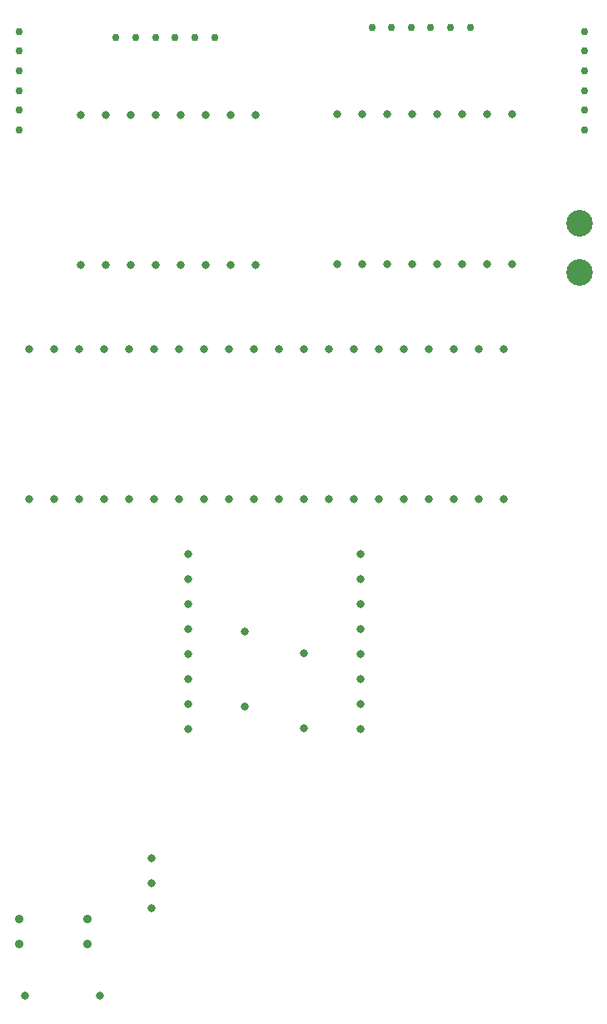
<source format=gbr>
%TF.GenerationSoftware,KiCad,Pcbnew,9.0.5*%
%TF.CreationDate,2025-10-05T18:24:16+01:00*%
%TF.ProjectId,Board,426f6172-642e-46b6-9963-61645f706362,v1*%
%TF.SameCoordinates,Original*%
%TF.FileFunction,Plated,1,2,PTH,Drill*%
%TF.FilePolarity,Positive*%
%FSLAX46Y46*%
G04 Gerber Fmt 4.6, Leading zero omitted, Abs format (unit mm)*
G04 Created by KiCad (PCBNEW 9.0.5) date 2025-10-05 18:24:16*
%MOMM*%
%LPD*%
G01*
G04 APERTURE LIST*
%TA.AperFunction,ComponentDrill*%
%ADD10C,0.750000*%
%TD*%
%TA.AperFunction,ComponentDrill*%
%ADD11C,0.800000*%
%TD*%
%TA.AperFunction,ComponentDrill*%
%ADD12C,0.900000*%
%TD*%
%TA.AperFunction,ComponentDrill*%
%ADD13C,2.700000*%
%TD*%
G04 APERTURE END LIST*
D10*
%TO.C,MJ4*%
X109050000Y-44000000D03*
X109050000Y-46000000D03*
X109050000Y-48000000D03*
X109050000Y-50000000D03*
X109050000Y-52000000D03*
X109050000Y-54000000D03*
%TO.C,MJ3*%
X118890000Y-44620000D03*
X120890000Y-44620000D03*
X122890000Y-44620000D03*
X124890000Y-44620000D03*
X126890000Y-44620000D03*
X128890000Y-44620000D03*
%TO.C,MJ2*%
X144890000Y-43620000D03*
X146890000Y-43620000D03*
X148890000Y-43620000D03*
X150890000Y-43620000D03*
X152890000Y-43620000D03*
X154890000Y-43620000D03*
%TO.C,MJ1*%
X166500000Y-44000000D03*
X166500000Y-46000000D03*
X166500000Y-48000000D03*
X166500000Y-50000000D03*
X166500000Y-52000000D03*
X166500000Y-54000000D03*
D11*
%TO.C,R1*%
X109647540Y-141972470D03*
%TO.C,U1*%
X110060000Y-76280000D03*
X110060000Y-91500000D03*
X112600000Y-76280000D03*
X112600000Y-91500000D03*
X115140000Y-76280000D03*
X115140000Y-91500000D03*
%TO.C,DR2*%
X115260000Y-52500000D03*
X115260000Y-67740000D03*
%TO.C,R1*%
X117267540Y-141972470D03*
%TO.C,U1*%
X117680000Y-76280000D03*
X117680000Y-91500000D03*
%TO.C,DR2*%
X117800000Y-52500000D03*
X117800000Y-67740000D03*
%TO.C,U1*%
X120220000Y-76280000D03*
X120220000Y-91500000D03*
%TO.C,DR2*%
X120340000Y-52500000D03*
X120340000Y-67740000D03*
%TO.C,RS1*%
X122462868Y-127961715D03*
X122462868Y-130501715D03*
X122462868Y-133041715D03*
%TO.C,U1*%
X122760000Y-76280000D03*
X122760000Y-91500000D03*
%TO.C,DR2*%
X122880000Y-52500000D03*
X122880000Y-67740000D03*
%TO.C,U1*%
X125300000Y-76280000D03*
X125300000Y-91500000D03*
%TO.C,DR2*%
X125420000Y-52500000D03*
X125420000Y-67740000D03*
%TO.C,S1*%
X126250000Y-97110000D03*
X126250000Y-99650000D03*
X126250000Y-102190000D03*
X126250000Y-104730000D03*
X126250000Y-107270000D03*
X126250000Y-109810000D03*
X126250000Y-112350000D03*
X126250000Y-114890000D03*
%TO.C,U1*%
X127840000Y-76280000D03*
X127840000Y-91500000D03*
%TO.C,DR2*%
X127960000Y-52500000D03*
X127960000Y-67740000D03*
%TO.C,U1*%
X130380000Y-76280000D03*
X130380000Y-91500000D03*
%TO.C,DR2*%
X130500000Y-52500000D03*
X130500000Y-67740000D03*
%TO.C,R2*%
X131975312Y-104978279D03*
X131975312Y-112598279D03*
%TO.C,U1*%
X132920000Y-76280000D03*
X132920000Y-91500000D03*
%TO.C,DR2*%
X133040000Y-52500000D03*
X133040000Y-67740000D03*
%TO.C,U1*%
X135460000Y-76280000D03*
X135460000Y-91500000D03*
X138000000Y-76280000D03*
X138000000Y-91500000D03*
%TO.C,R3*%
X138000000Y-107190000D03*
X138000000Y-114810000D03*
%TO.C,U1*%
X140540000Y-76280000D03*
X140540000Y-91500000D03*
%TO.C,DR1*%
X141350000Y-52380000D03*
X141350000Y-67620000D03*
%TO.C,U1*%
X143080000Y-76280000D03*
X143080000Y-91500000D03*
%TO.C,S2*%
X143750000Y-97110000D03*
X143750000Y-99650000D03*
X143750000Y-102190000D03*
X143750000Y-104730000D03*
X143750000Y-107270000D03*
X143750000Y-109810000D03*
X143750000Y-112350000D03*
X143750000Y-114890000D03*
%TO.C,DR1*%
X143890000Y-52380000D03*
X143890000Y-67620000D03*
%TO.C,U1*%
X145620000Y-76280000D03*
X145620000Y-91500000D03*
%TO.C,DR1*%
X146430000Y-52380000D03*
X146430000Y-67620000D03*
%TO.C,U1*%
X148160000Y-76280000D03*
X148160000Y-91500000D03*
%TO.C,DR1*%
X148970000Y-52380000D03*
X148970000Y-67620000D03*
%TO.C,U1*%
X150700000Y-76280000D03*
X150700000Y-91500000D03*
%TO.C,DR1*%
X151510000Y-52380000D03*
X151510000Y-67620000D03*
%TO.C,U1*%
X153240000Y-76280000D03*
X153240000Y-91500000D03*
%TO.C,DR1*%
X154050000Y-52380000D03*
X154050000Y-67620000D03*
%TO.C,U1*%
X155780000Y-76280000D03*
X155780000Y-91500000D03*
%TO.C,DR1*%
X156590000Y-52380000D03*
X156590000Y-67620000D03*
%TO.C,U1*%
X158320000Y-76280000D03*
X158320000Y-91500000D03*
%TO.C,DR1*%
X159130000Y-52380000D03*
X159130000Y-67620000D03*
D12*
%TO.C,D1*%
X108999691Y-134219430D03*
X108999691Y-136759430D03*
%TO.C,D2*%
X115994869Y-134219430D03*
X115994869Y-136759430D03*
D13*
%TO.C,J1*%
X166000000Y-63500000D03*
X166000000Y-68500000D03*
M02*

</source>
